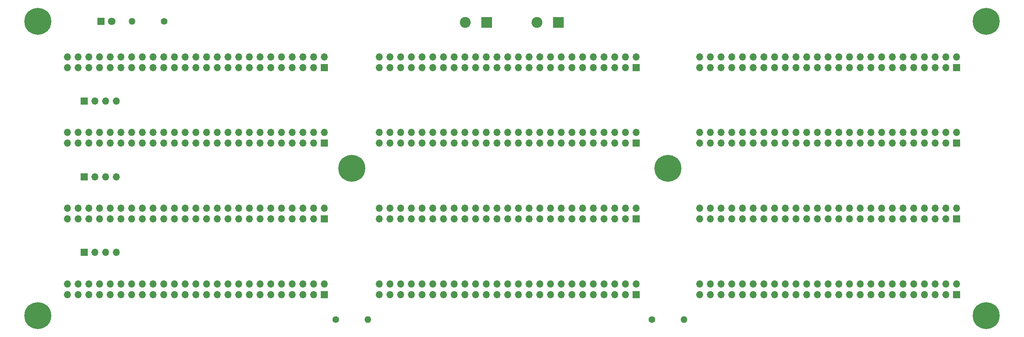
<source format=gbr>
%TF.GenerationSoftware,KiCad,Pcbnew,(6.0.11)*%
%TF.CreationDate,2023-05-28T18:55:11-04:00*%
%TF.ProjectId,backplane.4-slot,6261636b-706c-4616-9e65-2e342d736c6f,rev?*%
%TF.SameCoordinates,Original*%
%TF.FileFunction,Soldermask,Bot*%
%TF.FilePolarity,Negative*%
%FSLAX46Y46*%
G04 Gerber Fmt 4.6, Leading zero omitted, Abs format (unit mm)*
G04 Created by KiCad (PCBNEW (6.0.11)) date 2023-05-28 18:55:11*
%MOMM*%
%LPD*%
G01*
G04 APERTURE LIST*
%ADD10R,1.700000X1.700000*%
%ADD11O,1.700000X1.700000*%
%ADD12C,6.400000*%
%ADD13R,1.800000X1.800000*%
%ADD14C,1.800000*%
%ADD15C,1.600000*%
%ADD16O,1.600000X1.600000*%
%ADD17R,2.600000X2.600000*%
%ADD18C,2.600000*%
G04 APERTURE END LIST*
D10*
%TO.C,J1*%
X108000000Y-220000000D03*
D11*
X108000000Y-217460000D03*
X105460000Y-220000000D03*
X105460000Y-217460000D03*
X102920000Y-220000000D03*
X102920000Y-217460000D03*
X100380000Y-220000000D03*
X100380000Y-217460000D03*
X97840000Y-220000000D03*
X97840000Y-217460000D03*
X95300000Y-220000000D03*
X95300000Y-217460000D03*
X92760000Y-220000000D03*
X92760000Y-217460000D03*
X90220000Y-220000000D03*
X90220000Y-217460000D03*
X87680000Y-220000000D03*
X87680000Y-217460000D03*
X85140000Y-220000000D03*
X85140000Y-217460000D03*
X82600000Y-220000000D03*
X82600000Y-217460000D03*
X80060000Y-220000000D03*
X80060000Y-217460000D03*
X77520000Y-220000000D03*
X77520000Y-217460000D03*
X74980000Y-220000000D03*
X74980000Y-217460000D03*
X72440000Y-220000000D03*
X72440000Y-217460000D03*
X69900000Y-220000000D03*
X69900000Y-217460000D03*
X67360000Y-220000000D03*
X67360000Y-217460000D03*
X64820000Y-220000000D03*
X64820000Y-217460000D03*
X62280000Y-220000000D03*
X62280000Y-217460000D03*
X59740000Y-220000000D03*
X59740000Y-217460000D03*
X57200000Y-220000000D03*
X57200000Y-217460000D03*
X54660000Y-220000000D03*
X54660000Y-217460000D03*
X52120000Y-220000000D03*
X52120000Y-217460000D03*
X49580000Y-220000000D03*
X49580000Y-217460000D03*
X47040000Y-220000000D03*
X47040000Y-217460000D03*
%TD*%
D10*
%TO.C,J3*%
X258000000Y-220000000D03*
D11*
X258000000Y-217460000D03*
X255460000Y-220000000D03*
X255460000Y-217460000D03*
X252920000Y-220000000D03*
X252920000Y-217460000D03*
X250380000Y-220000000D03*
X250380000Y-217460000D03*
X247840000Y-220000000D03*
X247840000Y-217460000D03*
X245300000Y-220000000D03*
X245300000Y-217460000D03*
X242760000Y-220000000D03*
X242760000Y-217460000D03*
X240220000Y-220000000D03*
X240220000Y-217460000D03*
X237680000Y-220000000D03*
X237680000Y-217460000D03*
X235140000Y-220000000D03*
X235140000Y-217460000D03*
X232600000Y-220000000D03*
X232600000Y-217460000D03*
X230060000Y-220000000D03*
X230060000Y-217460000D03*
X227520000Y-220000000D03*
X227520000Y-217460000D03*
X224980000Y-220000000D03*
X224980000Y-217460000D03*
X222440000Y-220000000D03*
X222440000Y-217460000D03*
X219900000Y-220000000D03*
X219900000Y-217460000D03*
X217360000Y-220000000D03*
X217360000Y-217460000D03*
X214820000Y-220000000D03*
X214820000Y-217460000D03*
X212280000Y-220000000D03*
X212280000Y-217460000D03*
X209740000Y-220000000D03*
X209740000Y-217460000D03*
X207200000Y-220000000D03*
X207200000Y-217460000D03*
X204660000Y-220000000D03*
X204660000Y-217460000D03*
X202120000Y-220000000D03*
X202120000Y-217460000D03*
X199580000Y-220000000D03*
X199580000Y-217460000D03*
X197040000Y-220000000D03*
X197040000Y-217460000D03*
%TD*%
D10*
%TO.C,J2*%
X182000000Y-220000000D03*
D11*
X182000000Y-217460000D03*
X179460000Y-220000000D03*
X179460000Y-217460000D03*
X176920000Y-220000000D03*
X176920000Y-217460000D03*
X174380000Y-220000000D03*
X174380000Y-217460000D03*
X171840000Y-220000000D03*
X171840000Y-217460000D03*
X169300000Y-220000000D03*
X169300000Y-217460000D03*
X166760000Y-220000000D03*
X166760000Y-217460000D03*
X164220000Y-220000000D03*
X164220000Y-217460000D03*
X161680000Y-220000000D03*
X161680000Y-217460000D03*
X159140000Y-220000000D03*
X159140000Y-217460000D03*
X156600000Y-220000000D03*
X156600000Y-217460000D03*
X154060000Y-220000000D03*
X154060000Y-217460000D03*
X151520000Y-220000000D03*
X151520000Y-217460000D03*
X148980000Y-220000000D03*
X148980000Y-217460000D03*
X146440000Y-220000000D03*
X146440000Y-217460000D03*
X143900000Y-220000000D03*
X143900000Y-217460000D03*
X141360000Y-220000000D03*
X141360000Y-217460000D03*
X138820000Y-220000000D03*
X138820000Y-217460000D03*
X136280000Y-220000000D03*
X136280000Y-217460000D03*
X133740000Y-220000000D03*
X133740000Y-217460000D03*
X131200000Y-220000000D03*
X131200000Y-217460000D03*
X128660000Y-220000000D03*
X128660000Y-217460000D03*
X126120000Y-220000000D03*
X126120000Y-217460000D03*
X123580000Y-220000000D03*
X123580000Y-217460000D03*
X121040000Y-220000000D03*
X121040000Y-217460000D03*
%TD*%
D12*
%TO.C,H1*%
X40000000Y-155000000D03*
%TD*%
%TO.C,H2*%
X265000000Y-155000000D03*
%TD*%
D10*
%TO.C,J4*%
X108000000Y-202000000D03*
D11*
X108000000Y-199460000D03*
X105460000Y-202000000D03*
X105460000Y-199460000D03*
X102920000Y-202000000D03*
X102920000Y-199460000D03*
X100380000Y-202000000D03*
X100380000Y-199460000D03*
X97840000Y-202000000D03*
X97840000Y-199460000D03*
X95300000Y-202000000D03*
X95300000Y-199460000D03*
X92760000Y-202000000D03*
X92760000Y-199460000D03*
X90220000Y-202000000D03*
X90220000Y-199460000D03*
X87680000Y-202000000D03*
X87680000Y-199460000D03*
X85140000Y-202000000D03*
X85140000Y-199460000D03*
X82600000Y-202000000D03*
X82600000Y-199460000D03*
X80060000Y-202000000D03*
X80060000Y-199460000D03*
X77520000Y-202000000D03*
X77520000Y-199460000D03*
X74980000Y-202000000D03*
X74980000Y-199460000D03*
X72440000Y-202000000D03*
X72440000Y-199460000D03*
X69900000Y-202000000D03*
X69900000Y-199460000D03*
X67360000Y-202000000D03*
X67360000Y-199460000D03*
X64820000Y-202000000D03*
X64820000Y-199460000D03*
X62280000Y-202000000D03*
X62280000Y-199460000D03*
X59740000Y-202000000D03*
X59740000Y-199460000D03*
X57200000Y-202000000D03*
X57200000Y-199460000D03*
X54660000Y-202000000D03*
X54660000Y-199460000D03*
X52120000Y-202000000D03*
X52120000Y-199460000D03*
X49580000Y-202000000D03*
X49580000Y-199460000D03*
X47040000Y-202000000D03*
X47040000Y-199460000D03*
%TD*%
D10*
%TO.C,J5*%
X182000000Y-202000000D03*
D11*
X182000000Y-199460000D03*
X179460000Y-202000000D03*
X179460000Y-199460000D03*
X176920000Y-202000000D03*
X176920000Y-199460000D03*
X174380000Y-202000000D03*
X174380000Y-199460000D03*
X171840000Y-202000000D03*
X171840000Y-199460000D03*
X169300000Y-202000000D03*
X169300000Y-199460000D03*
X166760000Y-202000000D03*
X166760000Y-199460000D03*
X164220000Y-202000000D03*
X164220000Y-199460000D03*
X161680000Y-202000000D03*
X161680000Y-199460000D03*
X159140000Y-202000000D03*
X159140000Y-199460000D03*
X156600000Y-202000000D03*
X156600000Y-199460000D03*
X154060000Y-202000000D03*
X154060000Y-199460000D03*
X151520000Y-202000000D03*
X151520000Y-199460000D03*
X148980000Y-202000000D03*
X148980000Y-199460000D03*
X146440000Y-202000000D03*
X146440000Y-199460000D03*
X143900000Y-202000000D03*
X143900000Y-199460000D03*
X141360000Y-202000000D03*
X141360000Y-199460000D03*
X138820000Y-202000000D03*
X138820000Y-199460000D03*
X136280000Y-202000000D03*
X136280000Y-199460000D03*
X133740000Y-202000000D03*
X133740000Y-199460000D03*
X131200000Y-202000000D03*
X131200000Y-199460000D03*
X128660000Y-202000000D03*
X128660000Y-199460000D03*
X126120000Y-202000000D03*
X126120000Y-199460000D03*
X123580000Y-202000000D03*
X123580000Y-199460000D03*
X121040000Y-202000000D03*
X121040000Y-199460000D03*
%TD*%
D10*
%TO.C,J6*%
X258000000Y-202000000D03*
D11*
X258000000Y-199460000D03*
X255460000Y-202000000D03*
X255460000Y-199460000D03*
X252920000Y-202000000D03*
X252920000Y-199460000D03*
X250380000Y-202000000D03*
X250380000Y-199460000D03*
X247840000Y-202000000D03*
X247840000Y-199460000D03*
X245300000Y-202000000D03*
X245300000Y-199460000D03*
X242760000Y-202000000D03*
X242760000Y-199460000D03*
X240220000Y-202000000D03*
X240220000Y-199460000D03*
X237680000Y-202000000D03*
X237680000Y-199460000D03*
X235140000Y-202000000D03*
X235140000Y-199460000D03*
X232600000Y-202000000D03*
X232600000Y-199460000D03*
X230060000Y-202000000D03*
X230060000Y-199460000D03*
X227520000Y-202000000D03*
X227520000Y-199460000D03*
X224980000Y-202000000D03*
X224980000Y-199460000D03*
X222440000Y-202000000D03*
X222440000Y-199460000D03*
X219900000Y-202000000D03*
X219900000Y-199460000D03*
X217360000Y-202000000D03*
X217360000Y-199460000D03*
X214820000Y-202000000D03*
X214820000Y-199460000D03*
X212280000Y-202000000D03*
X212280000Y-199460000D03*
X209740000Y-202000000D03*
X209740000Y-199460000D03*
X207200000Y-202000000D03*
X207200000Y-199460000D03*
X204660000Y-202000000D03*
X204660000Y-199460000D03*
X202120000Y-202000000D03*
X202120000Y-199460000D03*
X199580000Y-202000000D03*
X199580000Y-199460000D03*
X197040000Y-202000000D03*
X197040000Y-199460000D03*
%TD*%
D10*
%TO.C,J7*%
X108000000Y-184000000D03*
D11*
X108000000Y-181460000D03*
X105460000Y-184000000D03*
X105460000Y-181460000D03*
X102920000Y-184000000D03*
X102920000Y-181460000D03*
X100380000Y-184000000D03*
X100380000Y-181460000D03*
X97840000Y-184000000D03*
X97840000Y-181460000D03*
X95300000Y-184000000D03*
X95300000Y-181460000D03*
X92760000Y-184000000D03*
X92760000Y-181460000D03*
X90220000Y-184000000D03*
X90220000Y-181460000D03*
X87680000Y-184000000D03*
X87680000Y-181460000D03*
X85140000Y-184000000D03*
X85140000Y-181460000D03*
X82600000Y-184000000D03*
X82600000Y-181460000D03*
X80060000Y-184000000D03*
X80060000Y-181460000D03*
X77520000Y-184000000D03*
X77520000Y-181460000D03*
X74980000Y-184000000D03*
X74980000Y-181460000D03*
X72440000Y-184000000D03*
X72440000Y-181460000D03*
X69900000Y-184000000D03*
X69900000Y-181460000D03*
X67360000Y-184000000D03*
X67360000Y-181460000D03*
X64820000Y-184000000D03*
X64820000Y-181460000D03*
X62280000Y-184000000D03*
X62280000Y-181460000D03*
X59740000Y-184000000D03*
X59740000Y-181460000D03*
X57200000Y-184000000D03*
X57200000Y-181460000D03*
X54660000Y-184000000D03*
X54660000Y-181460000D03*
X52120000Y-184000000D03*
X52120000Y-181460000D03*
X49580000Y-184000000D03*
X49580000Y-181460000D03*
X47040000Y-184000000D03*
X47040000Y-181460000D03*
%TD*%
D10*
%TO.C,J8*%
X182000000Y-184000000D03*
D11*
X182000000Y-181460000D03*
X179460000Y-184000000D03*
X179460000Y-181460000D03*
X176920000Y-184000000D03*
X176920000Y-181460000D03*
X174380000Y-184000000D03*
X174380000Y-181460000D03*
X171840000Y-184000000D03*
X171840000Y-181460000D03*
X169300000Y-184000000D03*
X169300000Y-181460000D03*
X166760000Y-184000000D03*
X166760000Y-181460000D03*
X164220000Y-184000000D03*
X164220000Y-181460000D03*
X161680000Y-184000000D03*
X161680000Y-181460000D03*
X159140000Y-184000000D03*
X159140000Y-181460000D03*
X156600000Y-184000000D03*
X156600000Y-181460000D03*
X154060000Y-184000000D03*
X154060000Y-181460000D03*
X151520000Y-184000000D03*
X151520000Y-181460000D03*
X148980000Y-184000000D03*
X148980000Y-181460000D03*
X146440000Y-184000000D03*
X146440000Y-181460000D03*
X143900000Y-184000000D03*
X143900000Y-181460000D03*
X141360000Y-184000000D03*
X141360000Y-181460000D03*
X138820000Y-184000000D03*
X138820000Y-181460000D03*
X136280000Y-184000000D03*
X136280000Y-181460000D03*
X133740000Y-184000000D03*
X133740000Y-181460000D03*
X131200000Y-184000000D03*
X131200000Y-181460000D03*
X128660000Y-184000000D03*
X128660000Y-181460000D03*
X126120000Y-184000000D03*
X126120000Y-181460000D03*
X123580000Y-184000000D03*
X123580000Y-181460000D03*
X121040000Y-184000000D03*
X121040000Y-181460000D03*
%TD*%
D10*
%TO.C,J9*%
X258000000Y-184000000D03*
D11*
X258000000Y-181460000D03*
X255460000Y-184000000D03*
X255460000Y-181460000D03*
X252920000Y-184000000D03*
X252920000Y-181460000D03*
X250380000Y-184000000D03*
X250380000Y-181460000D03*
X247840000Y-184000000D03*
X247840000Y-181460000D03*
X245300000Y-184000000D03*
X245300000Y-181460000D03*
X242760000Y-184000000D03*
X242760000Y-181460000D03*
X240220000Y-184000000D03*
X240220000Y-181460000D03*
X237680000Y-184000000D03*
X237680000Y-181460000D03*
X235140000Y-184000000D03*
X235140000Y-181460000D03*
X232600000Y-184000000D03*
X232600000Y-181460000D03*
X230060000Y-184000000D03*
X230060000Y-181460000D03*
X227520000Y-184000000D03*
X227520000Y-181460000D03*
X224980000Y-184000000D03*
X224980000Y-181460000D03*
X222440000Y-184000000D03*
X222440000Y-181460000D03*
X219900000Y-184000000D03*
X219900000Y-181460000D03*
X217360000Y-184000000D03*
X217360000Y-181460000D03*
X214820000Y-184000000D03*
X214820000Y-181460000D03*
X212280000Y-184000000D03*
X212280000Y-181460000D03*
X209740000Y-184000000D03*
X209740000Y-181460000D03*
X207200000Y-184000000D03*
X207200000Y-181460000D03*
X204660000Y-184000000D03*
X204660000Y-181460000D03*
X202120000Y-184000000D03*
X202120000Y-181460000D03*
X199580000Y-184000000D03*
X199580000Y-181460000D03*
X197040000Y-184000000D03*
X197040000Y-181460000D03*
%TD*%
D10*
%TO.C,J10*%
X108000000Y-166000000D03*
D11*
X108000000Y-163460000D03*
X105460000Y-166000000D03*
X105460000Y-163460000D03*
X102920000Y-166000000D03*
X102920000Y-163460000D03*
X100380000Y-166000000D03*
X100380000Y-163460000D03*
X97840000Y-166000000D03*
X97840000Y-163460000D03*
X95300000Y-166000000D03*
X95300000Y-163460000D03*
X92760000Y-166000000D03*
X92760000Y-163460000D03*
X90220000Y-166000000D03*
X90220000Y-163460000D03*
X87680000Y-166000000D03*
X87680000Y-163460000D03*
X85140000Y-166000000D03*
X85140000Y-163460000D03*
X82600000Y-166000000D03*
X82600000Y-163460000D03*
X80060000Y-166000000D03*
X80060000Y-163460000D03*
X77520000Y-166000000D03*
X77520000Y-163460000D03*
X74980000Y-166000000D03*
X74980000Y-163460000D03*
X72440000Y-166000000D03*
X72440000Y-163460000D03*
X69900000Y-166000000D03*
X69900000Y-163460000D03*
X67360000Y-166000000D03*
X67360000Y-163460000D03*
X64820000Y-166000000D03*
X64820000Y-163460000D03*
X62280000Y-166000000D03*
X62280000Y-163460000D03*
X59740000Y-166000000D03*
X59740000Y-163460000D03*
X57200000Y-166000000D03*
X57200000Y-163460000D03*
X54660000Y-166000000D03*
X54660000Y-163460000D03*
X52120000Y-166000000D03*
X52120000Y-163460000D03*
X49580000Y-166000000D03*
X49580000Y-163460000D03*
X47040000Y-166000000D03*
X47040000Y-163460000D03*
%TD*%
D10*
%TO.C,J11*%
X182000000Y-166000000D03*
D11*
X182000000Y-163460000D03*
X179460000Y-166000000D03*
X179460000Y-163460000D03*
X176920000Y-166000000D03*
X176920000Y-163460000D03*
X174380000Y-166000000D03*
X174380000Y-163460000D03*
X171840000Y-166000000D03*
X171840000Y-163460000D03*
X169300000Y-166000000D03*
X169300000Y-163460000D03*
X166760000Y-166000000D03*
X166760000Y-163460000D03*
X164220000Y-166000000D03*
X164220000Y-163460000D03*
X161680000Y-166000000D03*
X161680000Y-163460000D03*
X159140000Y-166000000D03*
X159140000Y-163460000D03*
X156600000Y-166000000D03*
X156600000Y-163460000D03*
X154060000Y-166000000D03*
X154060000Y-163460000D03*
X151520000Y-166000000D03*
X151520000Y-163460000D03*
X148980000Y-166000000D03*
X148980000Y-163460000D03*
X146440000Y-166000000D03*
X146440000Y-163460000D03*
X143900000Y-166000000D03*
X143900000Y-163460000D03*
X141360000Y-166000000D03*
X141360000Y-163460000D03*
X138820000Y-166000000D03*
X138820000Y-163460000D03*
X136280000Y-166000000D03*
X136280000Y-163460000D03*
X133740000Y-166000000D03*
X133740000Y-163460000D03*
X131200000Y-166000000D03*
X131200000Y-163460000D03*
X128660000Y-166000000D03*
X128660000Y-163460000D03*
X126120000Y-166000000D03*
X126120000Y-163460000D03*
X123580000Y-166000000D03*
X123580000Y-163460000D03*
X121040000Y-166000000D03*
X121040000Y-163460000D03*
%TD*%
D10*
%TO.C,J12*%
X258000000Y-166000000D03*
D11*
X258000000Y-163460000D03*
X255460000Y-166000000D03*
X255460000Y-163460000D03*
X252920000Y-166000000D03*
X252920000Y-163460000D03*
X250380000Y-166000000D03*
X250380000Y-163460000D03*
X247840000Y-166000000D03*
X247840000Y-163460000D03*
X245300000Y-166000000D03*
X245300000Y-163460000D03*
X242760000Y-166000000D03*
X242760000Y-163460000D03*
X240220000Y-166000000D03*
X240220000Y-163460000D03*
X237680000Y-166000000D03*
X237680000Y-163460000D03*
X235140000Y-166000000D03*
X235140000Y-163460000D03*
X232600000Y-166000000D03*
X232600000Y-163460000D03*
X230060000Y-166000000D03*
X230060000Y-163460000D03*
X227520000Y-166000000D03*
X227520000Y-163460000D03*
X224980000Y-166000000D03*
X224980000Y-163460000D03*
X222440000Y-166000000D03*
X222440000Y-163460000D03*
X219900000Y-166000000D03*
X219900000Y-163460000D03*
X217360000Y-166000000D03*
X217360000Y-163460000D03*
X214820000Y-166000000D03*
X214820000Y-163460000D03*
X212280000Y-166000000D03*
X212280000Y-163460000D03*
X209740000Y-166000000D03*
X209740000Y-163460000D03*
X207200000Y-166000000D03*
X207200000Y-163460000D03*
X204660000Y-166000000D03*
X204660000Y-163460000D03*
X202120000Y-166000000D03*
X202120000Y-163460000D03*
X199580000Y-166000000D03*
X199580000Y-163460000D03*
X197040000Y-166000000D03*
X197040000Y-163460000D03*
%TD*%
D12*
%TO.C,H3*%
X265000000Y-225000000D03*
%TD*%
%TO.C,H4*%
X40000000Y-225000000D03*
%TD*%
D10*
%TO.C,P1*%
X51000000Y-210000000D03*
D11*
X53540000Y-210000000D03*
X56080000Y-210000000D03*
X58620000Y-210000000D03*
%TD*%
D10*
%TO.C,P2*%
X51000000Y-192000000D03*
D11*
X53540000Y-192000000D03*
X56080000Y-192000000D03*
X58620000Y-192000000D03*
%TD*%
D10*
%TO.C,P3*%
X51000000Y-174000000D03*
D11*
X53540000Y-174000000D03*
X56080000Y-174000000D03*
X58620000Y-174000000D03*
%TD*%
D13*
%TO.C,D5*%
X55000000Y-155000000D03*
D14*
X57540000Y-155000000D03*
%TD*%
D15*
%TO.C,R6*%
X70000000Y-155000000D03*
D16*
X62380000Y-155000000D03*
%TD*%
D17*
%TO.C,T1*%
X146500000Y-155250000D03*
D18*
X141420000Y-155250000D03*
%TD*%
D17*
%TO.C,T2*%
X163500000Y-155250000D03*
D18*
X158420000Y-155250000D03*
%TD*%
D15*
%TO.C,R2*%
X110690000Y-226000000D03*
D16*
X118310000Y-226000000D03*
%TD*%
D12*
%TO.C,H6*%
X189500000Y-190000000D03*
%TD*%
%TO.C,H5*%
X114500000Y-190000000D03*
%TD*%
D15*
%TO.C,R1*%
X185690000Y-226000000D03*
D16*
X193310000Y-226000000D03*
%TD*%
M02*

</source>
